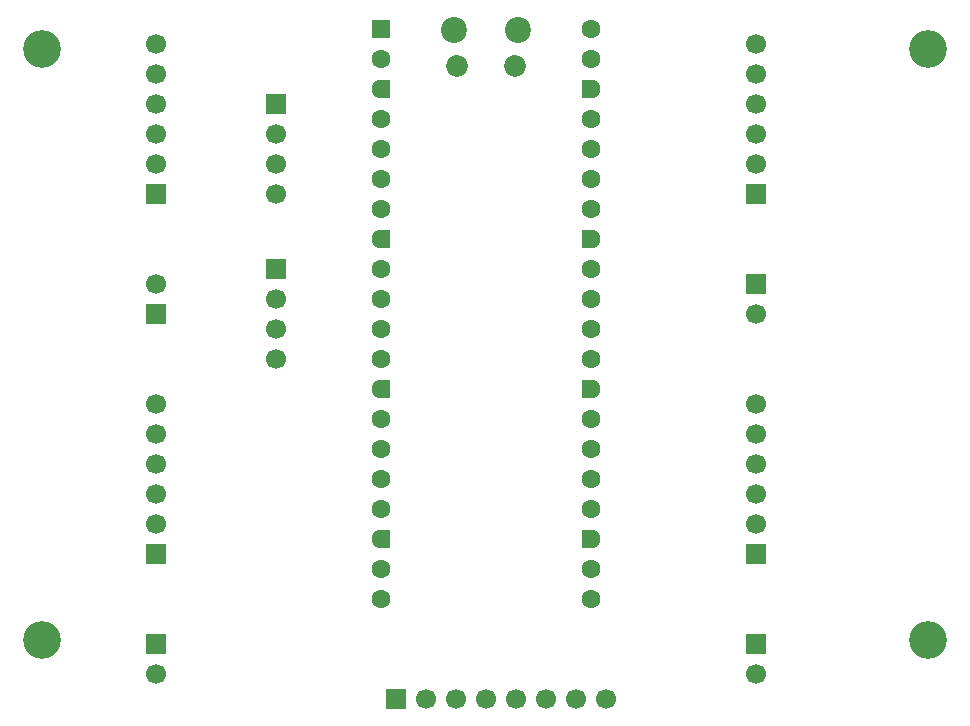
<source format=gbr>
%TF.GenerationSoftware,KiCad,Pcbnew,9.0.2*%
%TF.CreationDate,2025-07-04T23:02:28+10:00*%
%TF.ProjectId,motor-controller-pcb,6d6f746f-722d-4636-9f6e-74726f6c6c65,rev?*%
%TF.SameCoordinates,Original*%
%TF.FileFunction,Soldermask,Bot*%
%TF.FilePolarity,Negative*%
%FSLAX46Y46*%
G04 Gerber Fmt 4.6, Leading zero omitted, Abs format (unit mm)*
G04 Created by KiCad (PCBNEW 9.0.2) date 2025-07-04 23:02:28*
%MOMM*%
%LPD*%
G01*
G04 APERTURE LIST*
G04 Aperture macros list*
%AMRoundRect*
0 Rectangle with rounded corners*
0 $1 Rounding radius*
0 $2 $3 $4 $5 $6 $7 $8 $9 X,Y pos of 4 corners*
0 Add a 4 corners polygon primitive as box body*
4,1,4,$2,$3,$4,$5,$6,$7,$8,$9,$2,$3,0*
0 Add four circle primitives for the rounded corners*
1,1,$1+$1,$2,$3*
1,1,$1+$1,$4,$5*
1,1,$1+$1,$6,$7*
1,1,$1+$1,$8,$9*
0 Add four rect primitives between the rounded corners*
20,1,$1+$1,$2,$3,$4,$5,0*
20,1,$1+$1,$4,$5,$6,$7,0*
20,1,$1+$1,$6,$7,$8,$9,0*
20,1,$1+$1,$8,$9,$2,$3,0*%
%AMFreePoly0*
4,1,37,0.603843,0.796157,0.639018,0.796157,0.711114,0.766294,0.766294,0.711114,0.796157,0.639018,0.796157,0.603843,0.800000,0.600000,0.800000,-0.600000,0.796157,-0.603843,0.796157,-0.639018,0.766294,-0.711114,0.711114,-0.766294,0.639018,-0.796157,0.603843,-0.796157,0.600000,-0.800000,0.000000,-0.800000,0.000000,-0.796148,-0.078414,-0.796148,-0.232228,-0.765552,-0.377117,-0.705537,
-0.507515,-0.618408,-0.618408,-0.507515,-0.705537,-0.377117,-0.765552,-0.232228,-0.796148,-0.078414,-0.796148,0.078414,-0.765552,0.232228,-0.705537,0.377117,-0.618408,0.507515,-0.507515,0.618408,-0.377117,0.705537,-0.232228,0.765552,-0.078414,0.796148,0.000000,0.796148,0.000000,0.800000,0.600000,0.800000,0.603843,0.796157,0.603843,0.796157,$1*%
%AMFreePoly1*
4,1,37,0.000000,0.796148,0.078414,0.796148,0.232228,0.765552,0.377117,0.705537,0.507515,0.618408,0.618408,0.507515,0.705537,0.377117,0.765552,0.232228,0.796148,0.078414,0.796148,-0.078414,0.765552,-0.232228,0.705537,-0.377117,0.618408,-0.507515,0.507515,-0.618408,0.377117,-0.705537,0.232228,-0.765552,0.078414,-0.796148,0.000000,-0.796148,0.000000,-0.800000,-0.600000,-0.800000,
-0.603843,-0.796157,-0.639018,-0.796157,-0.711114,-0.766294,-0.766294,-0.711114,-0.796157,-0.639018,-0.796157,-0.603843,-0.800000,-0.600000,-0.800000,0.600000,-0.796157,0.603843,-0.796157,0.639018,-0.766294,0.711114,-0.711114,0.766294,-0.639018,0.796157,-0.603843,0.796157,-0.600000,0.800000,0.000000,0.800000,0.000000,0.796148,0.000000,0.796148,$1*%
G04 Aperture macros list end*
%ADD10C,3.200000*%
%ADD11R,1.700000X1.700000*%
%ADD12C,1.700000*%
%ADD13C,2.200000*%
%ADD14C,1.850000*%
%ADD15RoundRect,0.200000X-0.600000X-0.600000X0.600000X-0.600000X0.600000X0.600000X-0.600000X0.600000X0*%
%ADD16C,1.600000*%
%ADD17FreePoly0,0.000000*%
%ADD18FreePoly1,0.000000*%
G04 APERTURE END LIST*
D10*
%TO.C,REF\u002A\u002A*%
X190000000Y-60000000D03*
%TD*%
D11*
%TO.C,J4*%
X175445000Y-102740000D03*
D12*
X175445000Y-100200000D03*
X175445000Y-97660000D03*
X175445000Y-95120000D03*
X175445000Y-92580000D03*
X175445000Y-90040000D03*
%TD*%
D11*
%TO.C,J5*%
X134805000Y-64640000D03*
D12*
X134805000Y-67180000D03*
X134805000Y-69720000D03*
X134805000Y-72260000D03*
%TD*%
D10*
%TO.C,REF\u002A\u002A*%
X190000000Y-110000000D03*
%TD*%
%TO.C,REF\u002A\u002A*%
X115000000Y-110000000D03*
%TD*%
D11*
%TO.C,M4*%
X175445000Y-110360000D03*
D12*
X175445000Y-112900000D03*
%TD*%
D11*
%TO.C,J7*%
X145000000Y-115000000D03*
D12*
X147540000Y-115000000D03*
X150080000Y-115000000D03*
X152620000Y-115000000D03*
X155160000Y-115000000D03*
X157700000Y-115000000D03*
X160240000Y-115000000D03*
X162780000Y-115000000D03*
%TD*%
D11*
%TO.C,M1*%
X124645000Y-82420000D03*
D12*
X124645000Y-79880000D03*
%TD*%
D11*
%TO.C,J3*%
X124645000Y-102740000D03*
D12*
X124645000Y-100200000D03*
X124645000Y-97660000D03*
X124645000Y-95120000D03*
X124645000Y-92580000D03*
X124645000Y-90040000D03*
%TD*%
D10*
%TO.C,REF\u002A\u002A*%
X115000000Y-60000000D03*
%TD*%
D11*
%TO.C,J2*%
X175445000Y-72260000D03*
D12*
X175445000Y-69720000D03*
X175445000Y-67180000D03*
X175445000Y-64640000D03*
X175445000Y-62100000D03*
X175445000Y-59560000D03*
%TD*%
D11*
%TO.C,M3*%
X124645000Y-110360000D03*
D12*
X124645000Y-112900000D03*
%TD*%
D13*
%TO.C,A1*%
X149860000Y-58420000D03*
D14*
X150160000Y-61450000D03*
X155010000Y-61450000D03*
D13*
X155310000Y-58420000D03*
D15*
X143695000Y-58290000D03*
D16*
X143695000Y-60830000D03*
D17*
X143695000Y-63370000D03*
D16*
X143695000Y-65910000D03*
X143695000Y-68450000D03*
X143695000Y-70990000D03*
X143695000Y-73530000D03*
D17*
X143695000Y-76070000D03*
D16*
X143695000Y-78610000D03*
X143695000Y-81150000D03*
X143695000Y-83690000D03*
X143695000Y-86230000D03*
D17*
X143695000Y-88770000D03*
D16*
X143695000Y-91310000D03*
X143695000Y-93850000D03*
X143695000Y-96390000D03*
X143695000Y-98930000D03*
D17*
X143695000Y-101470000D03*
D16*
X143695000Y-104010000D03*
X143695000Y-106550000D03*
X161475000Y-106550000D03*
X161475000Y-104010000D03*
D18*
X161475000Y-101470000D03*
D16*
X161475000Y-98930000D03*
X161475000Y-96390000D03*
X161475000Y-93850000D03*
X161475000Y-91310000D03*
D18*
X161475000Y-88770000D03*
D16*
X161475000Y-86230000D03*
X161475000Y-83690000D03*
X161475000Y-81150000D03*
X161475000Y-78610000D03*
D18*
X161475000Y-76070000D03*
D16*
X161475000Y-73530000D03*
X161475000Y-70990000D03*
X161475000Y-68450000D03*
X161475000Y-65910000D03*
D18*
X161475000Y-63370000D03*
D16*
X161475000Y-60830000D03*
X161475000Y-58290000D03*
%TD*%
D11*
%TO.C,M2*%
X175445000Y-79880000D03*
D12*
X175445000Y-82420000D03*
%TD*%
D11*
%TO.C,J1*%
X124645000Y-72260000D03*
D12*
X124645000Y-69720000D03*
X124645000Y-67180000D03*
X124645000Y-64640000D03*
X124645000Y-62100000D03*
X124645000Y-59560000D03*
%TD*%
D11*
%TO.C,J6*%
X134805000Y-78610000D03*
D12*
X134805000Y-81150000D03*
X134805000Y-83690000D03*
X134805000Y-86230000D03*
%TD*%
M02*

</source>
